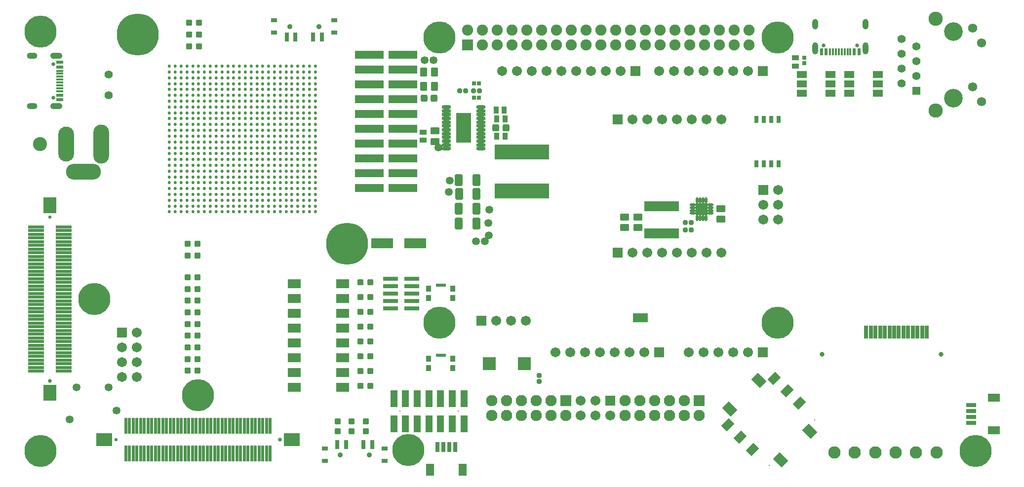
<source format=gts>
G04*
G04 #@! TF.GenerationSoftware,Altium Limited,Altium Designer,24.10.1 (45)*
G04*
G04 Layer_Color=8388736*
%FSLAX44Y44*%
%MOMM*%
G71*
G04*
G04 #@! TF.SameCoordinates,27A3F056-0A2A-4086-B210-4B902CB04D7F*
G04*
G04*
G04 #@! TF.FilePolarity,Negative*
G04*
G01*
G75*
%ADD26R,0.9000X1.0000*%
%ADD27R,1.7000X0.5500*%
%ADD30R,2.1600X1.5200*%
%ADD48R,1.1500X0.3000*%
%ADD49R,1.1500X0.6000*%
%ADD52R,0.7000X1.5000*%
%ADD53R,1.0000X0.8000*%
%ADD54C,0.5300*%
%ADD57R,0.6000X1.1500*%
%ADD59R,0.7600X1.2700*%
%ADD70R,0.3000X1.1500*%
%ADD73R,2.6000X1.6000*%
%ADD74R,4.9532X1.4032*%
%ADD75R,9.2964X2.5908*%
%ADD76R,1.2032X2.9532*%
%ADD77R,0.5532X2.7032*%
%ADD78R,2.7032X2.2032*%
%ADD79R,3.7032X1.8032*%
%ADD80R,2.6032X0.8032*%
%ADD81R,2.7032X0.5532*%
%ADD82R,2.2032X2.7032*%
G04:AMPARAMS|DCode=83|XSize=2.0032mm|YSize=1.3532mm|CornerRadius=0.2454mm|HoleSize=0mm|Usage=FLASHONLY|Rotation=270.000|XOffset=0mm|YOffset=0mm|HoleType=Round|Shape=RoundedRectangle|*
%AMROUNDEDRECTD83*
21,1,2.0032,0.8625,0,0,270.0*
21,1,1.5125,1.3532,0,0,270.0*
1,1,0.4907,-0.4313,-0.7563*
1,1,0.4907,-0.4313,0.7563*
1,1,0.4907,0.4313,0.7563*
1,1,0.4907,0.4313,-0.7563*
%
%ADD83ROUNDEDRECTD83*%
G04:AMPARAMS|DCode=84|XSize=1.0032mm|YSize=1.0032mm|CornerRadius=0.2016mm|HoleSize=0mm|Usage=FLASHONLY|Rotation=180.000|XOffset=0mm|YOffset=0mm|HoleType=Round|Shape=RoundedRectangle|*
%AMROUNDEDRECTD84*
21,1,1.0032,0.6000,0,0,180.0*
21,1,0.6000,1.0032,0,0,180.0*
1,1,0.4032,-0.3000,0.3000*
1,1,0.4032,0.3000,0.3000*
1,1,0.4032,0.3000,-0.3000*
1,1,0.4032,-0.3000,-0.3000*
%
%ADD84ROUNDEDRECTD84*%
G04:AMPARAMS|DCode=85|XSize=1.2032mm|YSize=1.1032mm|CornerRadius=0.2141mm|HoleSize=0mm|Usage=FLASHONLY|Rotation=270.000|XOffset=0mm|YOffset=0mm|HoleType=Round|Shape=RoundedRectangle|*
%AMROUNDEDRECTD85*
21,1,1.2032,0.6750,0,0,270.0*
21,1,0.7750,1.1032,0,0,270.0*
1,1,0.4282,-0.3375,-0.3875*
1,1,0.4282,-0.3375,0.3875*
1,1,0.4282,0.3375,0.3875*
1,1,0.4282,0.3375,-0.3875*
%
%ADD85ROUNDEDRECTD85*%
G04:AMPARAMS|DCode=86|XSize=1.6032mm|YSize=1.2032mm|CornerRadius=0.2266mm|HoleSize=0mm|Usage=FLASHONLY|Rotation=270.000|XOffset=0mm|YOffset=0mm|HoleType=Round|Shape=RoundedRectangle|*
%AMROUNDEDRECTD86*
21,1,1.6032,0.7500,0,0,270.0*
21,1,1.1500,1.2032,0,0,270.0*
1,1,0.4532,-0.3750,-0.5750*
1,1,0.4532,-0.3750,0.5750*
1,1,0.4532,0.3750,0.5750*
1,1,0.4532,0.3750,-0.5750*
%
%ADD86ROUNDEDRECTD86*%
G04:AMPARAMS|DCode=87|XSize=1.6032mm|YSize=1.2032mm|CornerRadius=0.2266mm|HoleSize=0mm|Usage=FLASHONLY|Rotation=0.000|XOffset=0mm|YOffset=0mm|HoleType=Round|Shape=RoundedRectangle|*
%AMROUNDEDRECTD87*
21,1,1.6032,0.7500,0,0,0.0*
21,1,1.1500,1.2032,0,0,0.0*
1,1,0.4532,0.5750,-0.3750*
1,1,0.4532,-0.5750,-0.3750*
1,1,0.4532,-0.5750,0.3750*
1,1,0.4532,0.5750,0.3750*
%
%ADD87ROUNDEDRECTD87*%
%ADD88R,0.9532X1.1532*%
%ADD89O,1.6032X0.6532*%
%ADD90R,2.5632X5.1432*%
%ADD91R,1.1532X0.9532*%
%ADD92R,0.7600X0.7600*%
G04:AMPARAMS|DCode=93|XSize=0.8032mm|YSize=0.8032mm|CornerRadius=0.1616mm|HoleSize=0mm|Usage=FLASHONLY|Rotation=270.000|XOffset=0mm|YOffset=0mm|HoleType=Round|Shape=RoundedRectangle|*
%AMROUNDEDRECTD93*
21,1,0.8032,0.4800,0,0,270.0*
21,1,0.4800,0.8032,0,0,270.0*
1,1,0.3232,-0.2400,-0.2400*
1,1,0.3232,-0.2400,0.2400*
1,1,0.3232,0.2400,0.2400*
1,1,0.3232,0.2400,-0.2400*
%
%ADD93ROUNDEDRECTD93*%
%ADD94R,0.8032X1.7532*%
%ADD95R,1.4032X2.0032*%
%ADD96R,0.7033X2.2032*%
%ADD97R,1.7032X1.2032*%
%ADD98R,0.7600X0.7600*%
%ADD99R,1.7532X0.8032*%
G04:AMPARAMS|DCode=100|XSize=2.1032mm|YSize=1.6032mm|CornerRadius=0mm|HoleSize=0mm|Usage=FLASHONLY|Rotation=135.000|XOffset=0mm|YOffset=0mm|HoleType=Round|Shape=Rectangle|*
%AMROTATEDRECTD100*
4,1,4,1.3104,-0.1768,0.1768,-1.3104,-1.3104,0.1768,-0.1768,1.3104,1.3104,-0.1768,0.0*
%
%ADD100ROTATEDRECTD100*%

%ADD101O,1.1032X0.4532*%
%ADD102R,2.0032X2.0032*%
%ADD103O,0.4532X1.1032*%
G04:AMPARAMS|DCode=104|XSize=1.9032mm|YSize=1.4032mm|CornerRadius=0mm|HoleSize=0mm|Usage=FLASHONLY|Rotation=45.000|XOffset=0mm|YOffset=0mm|HoleType=Round|Shape=Rectangle|*
%AMROTATEDRECTD104*
4,1,4,-0.1768,-1.1690,-1.1690,-0.1768,0.1768,1.1690,1.1690,0.1768,-0.1768,-1.1690,0.0*
%
%ADD104ROTATEDRECTD104*%

%ADD105R,2.2032X2.2032*%
G04:AMPARAMS|DCode=106|XSize=0.8032mm|YSize=0.8032mm|CornerRadius=0.1616mm|HoleSize=0mm|Usage=FLASHONLY|Rotation=180.000|XOffset=0mm|YOffset=0mm|HoleType=Round|Shape=RoundedRectangle|*
%AMROUNDEDRECTD106*
21,1,0.8032,0.4800,0,0,180.0*
21,1,0.4800,0.8032,0,0,180.0*
1,1,0.3232,-0.2400,0.2400*
1,1,0.3232,0.2400,0.2400*
1,1,0.3232,0.2400,-0.2400*
1,1,0.3232,-0.2400,-0.2400*
%
%ADD106ROUNDEDRECTD106*%
%ADD107R,5.9032X1.8032*%
%ADD108R,0.8382X1.4732*%
G04:AMPARAMS|DCode=109|XSize=1.0032mm|YSize=1.0032mm|CornerRadius=0.2016mm|HoleSize=0mm|Usage=FLASHONLY|Rotation=270.000|XOffset=0mm|YOffset=0mm|HoleType=Round|Shape=RoundedRectangle|*
%AMROUNDEDRECTD109*
21,1,1.0032,0.6000,0,0,270.0*
21,1,0.6000,1.0032,0,0,270.0*
1,1,0.4032,-0.3000,-0.3000*
1,1,0.4032,-0.3000,0.3000*
1,1,0.4032,0.3000,0.3000*
1,1,0.4032,0.3000,-0.3000*
%
%ADD109ROUNDEDRECTD109*%
%ADD110R,2.0032X1.4032*%
%ADD111C,0.2032*%
%ADD112C,0.6782*%
%ADD113C,0.5782*%
G04:AMPARAMS|DCode=114|XSize=6.0032mm|YSize=2.7032mm|CornerRadius=1.3516mm|HoleSize=0mm|Usage=FLASHONLY|Rotation=0.000|XOffset=0mm|YOffset=0mm|HoleType=Round|Shape=RoundedRectangle|*
%AMROUNDEDRECTD114*
21,1,6.0032,0.0000,0,0,0.0*
21,1,3.3000,2.7032,0,0,0.0*
1,1,2.7032,1.6500,0.0000*
1,1,2.7032,-1.6500,0.0000*
1,1,2.7032,-1.6500,0.0000*
1,1,2.7032,1.6500,0.0000*
%
%ADD114ROUNDEDRECTD114*%
G04:AMPARAMS|DCode=115|XSize=6.0032mm|YSize=2.7032mm|CornerRadius=1.3516mm|HoleSize=0mm|Usage=FLASHONLY|Rotation=270.000|XOffset=0mm|YOffset=0mm|HoleType=Round|Shape=RoundedRectangle|*
%AMROUNDEDRECTD115*
21,1,6.0032,0.0000,0,0,270.0*
21,1,3.3000,2.7032,0,0,270.0*
1,1,2.7032,0.0000,-1.6500*
1,1,2.7032,0.0000,1.6500*
1,1,2.7032,0.0000,1.6500*
1,1,2.7032,0.0000,-1.6500*
%
%ADD115ROUNDEDRECTD115*%
G04:AMPARAMS|DCode=116|XSize=6.7032mm|YSize=2.7032mm|CornerRadius=1.3516mm|HoleSize=0mm|Usage=FLASHONLY|Rotation=270.000|XOffset=0mm|YOffset=0mm|HoleType=Round|Shape=RoundedRectangle|*
%AMROUNDEDRECTD116*
21,1,6.7032,0.0000,0,0,270.0*
21,1,4.0000,2.7032,0,0,270.0*
1,1,2.7032,0.0000,-2.0000*
1,1,2.7032,0.0000,2.0000*
1,1,2.7032,0.0000,2.0000*
1,1,2.7032,0.0000,-2.0000*
%
%ADD116ROUNDEDRECTD116*%
%ADD117C,2.4032*%
%ADD118C,1.7032*%
%ADD119R,1.7032X1.7032*%
%ADD120C,0.5588*%
%ADD121C,5.5032*%
G04:AMPARAMS|DCode=122|XSize=1mm|YSize=1.8mm|CornerRadius=0.5mm|HoleSize=0mm|Usage=FLASHONLY|Rotation=270.000|XOffset=0mm|YOffset=0mm|HoleType=Round|Shape=RoundedRectangle|*
%AMROUNDEDRECTD122*
21,1,1.0000,0.8000,0,0,270.0*
21,1,0.0000,1.8000,0,0,270.0*
1,1,1.0000,-0.4000,0.0000*
1,1,1.0000,-0.4000,0.0000*
1,1,1.0000,0.4000,0.0000*
1,1,1.0000,0.4000,0.0000*
%
%ADD122ROUNDEDRECTD122*%
G04:AMPARAMS|DCode=123|XSize=1mm|YSize=2.1mm|CornerRadius=0.5mm|HoleSize=0mm|Usage=FLASHONLY|Rotation=270.000|XOffset=0mm|YOffset=0mm|HoleType=Round|Shape=RoundedRectangle|*
%AMROUNDEDRECTD123*
21,1,1.0000,1.1000,0,0,270.0*
21,1,0.0000,2.1000,0,0,270.0*
1,1,1.0000,-0.5500,0.0000*
1,1,1.0000,-0.5500,0.0000*
1,1,1.0000,0.5500,0.0000*
1,1,1.0000,0.5500,0.0000*
%
%ADD123ROUNDEDRECTD123*%
%ADD124C,0.6500*%
%ADD125C,7.2032*%
%ADD126C,0.9000*%
%ADD127R,1.7032X1.7032*%
%ADD128C,0.8032*%
%ADD129C,1.3900*%
%ADD130C,1.9032*%
%ADD131C,2.1032*%
%ADD132C,1.9304*%
%ADD133C,1.4032*%
%ADD134C,1.5700*%
%ADD135R,1.9032X1.9032*%
%ADD136R,1.8796X1.8796*%
%ADD137C,3.2000*%
%ADD138R,1.3900X1.3900*%
%ADD139C,2.4500*%
G04:AMPARAMS|DCode=140|XSize=1mm|YSize=1.8mm|CornerRadius=0.5mm|HoleSize=0mm|Usage=FLASHONLY|Rotation=180.000|XOffset=0mm|YOffset=0mm|HoleType=Round|Shape=RoundedRectangle|*
%AMROUNDEDRECTD140*
21,1,1.0000,0.8000,0,0,180.0*
21,1,0.0000,1.8000,0,0,180.0*
1,1,1.0000,0.0000,0.4000*
1,1,1.0000,0.0000,0.4000*
1,1,1.0000,0.0000,-0.4000*
1,1,1.0000,0.0000,-0.4000*
%
%ADD140ROUNDEDRECTD140*%
G04:AMPARAMS|DCode=141|XSize=1mm|YSize=2.1mm|CornerRadius=0.5mm|HoleSize=0mm|Usage=FLASHONLY|Rotation=180.000|XOffset=0mm|YOffset=0mm|HoleType=Round|Shape=RoundedRectangle|*
%AMROUNDEDRECTD141*
21,1,1.0000,1.1000,0,0,180.0*
21,1,0.0000,2.1000,0,0,180.0*
1,1,1.0000,0.0000,0.5500*
1,1,1.0000,0.0000,0.5500*
1,1,1.0000,0.0000,-0.5500*
1,1,1.0000,0.0000,-0.5500*
%
%ADD141ROUNDEDRECTD141*%
%ADD142C,1.3462*%
%ADD143C,0.7032*%
D26*
X444500Y-502000D02*
D03*
Y-518000D02*
D03*
X485500D02*
D03*
Y-502000D02*
D03*
Y-398000D02*
D03*
X444500D02*
D03*
Y-382000D02*
D03*
X485500D02*
D03*
D27*
X465000Y-495750D02*
D03*
Y-375750D02*
D03*
D30*
X296570Y-525780D02*
D03*
Y-398780D02*
D03*
Y-373380D02*
D03*
Y-474980D02*
D03*
Y-424180D02*
D03*
Y-500380D02*
D03*
Y-551180D02*
D03*
Y-449580D02*
D03*
X213970Y-551180D02*
D03*
Y-525780D02*
D03*
Y-500380D02*
D03*
Y-474980D02*
D03*
Y-449580D02*
D03*
Y-424180D02*
D03*
Y-373380D02*
D03*
Y-398780D02*
D03*
D48*
X-188500Y-7920D02*
D03*
Y-12920D02*
D03*
Y-17920D02*
D03*
Y-22920D02*
D03*
Y-27920D02*
D03*
Y-32920D02*
D03*
Y-37920D02*
D03*
Y-42920D02*
D03*
D49*
Y-1420D02*
D03*
Y-49420D02*
D03*
Y-57420D02*
D03*
Y6580D02*
D03*
D52*
X260880Y50460D02*
D03*
X245880D02*
D03*
X200880D02*
D03*
X215880D02*
D03*
X347540Y-649130D02*
D03*
X302540D02*
D03*
X287540D02*
D03*
X332540D02*
D03*
D53*
X179380Y78460D02*
D03*
Y57460D02*
D03*
X282380Y78460D02*
D03*
Y57460D02*
D03*
X266040Y-677130D02*
D03*
Y-656130D02*
D03*
X369040Y-677130D02*
D03*
Y-656130D02*
D03*
D54*
X0Y-250000D02*
D03*
Y-240000D02*
D03*
Y-230000D02*
D03*
Y-220000D02*
D03*
Y-210000D02*
D03*
Y-200000D02*
D03*
Y-190000D02*
D03*
Y-180000D02*
D03*
Y-170000D02*
D03*
Y-160000D02*
D03*
Y-150000D02*
D03*
Y-140000D02*
D03*
Y-130000D02*
D03*
Y-120000D02*
D03*
Y-110000D02*
D03*
Y-100000D02*
D03*
Y-90000D02*
D03*
Y-80000D02*
D03*
Y-70000D02*
D03*
Y-60000D02*
D03*
Y-50000D02*
D03*
Y-40000D02*
D03*
Y-30000D02*
D03*
Y-20000D02*
D03*
Y-10000D02*
D03*
Y0D02*
D03*
X10000Y-250000D02*
D03*
Y-240000D02*
D03*
Y-230000D02*
D03*
Y-220000D02*
D03*
Y-210000D02*
D03*
Y-200000D02*
D03*
Y-190000D02*
D03*
Y-180000D02*
D03*
Y-170000D02*
D03*
Y-160000D02*
D03*
Y-150000D02*
D03*
Y-140000D02*
D03*
Y-130000D02*
D03*
Y-120000D02*
D03*
Y-110000D02*
D03*
Y-100000D02*
D03*
Y-90000D02*
D03*
Y-80000D02*
D03*
Y-70000D02*
D03*
Y-60000D02*
D03*
Y-50000D02*
D03*
Y-40000D02*
D03*
Y-30000D02*
D03*
Y-20000D02*
D03*
Y-10000D02*
D03*
Y0D02*
D03*
X20000Y-250000D02*
D03*
Y-240000D02*
D03*
Y-230000D02*
D03*
Y-220000D02*
D03*
Y-210000D02*
D03*
Y-200000D02*
D03*
Y-190000D02*
D03*
Y-180000D02*
D03*
Y-170000D02*
D03*
Y-160000D02*
D03*
Y-150000D02*
D03*
Y-140000D02*
D03*
Y-130000D02*
D03*
Y-120000D02*
D03*
Y-110000D02*
D03*
Y-100000D02*
D03*
Y-90000D02*
D03*
Y-80000D02*
D03*
Y-70000D02*
D03*
Y-60000D02*
D03*
Y-50000D02*
D03*
Y-40000D02*
D03*
Y-30000D02*
D03*
Y-20000D02*
D03*
Y-10000D02*
D03*
Y0D02*
D03*
X30000Y-250000D02*
D03*
Y-240000D02*
D03*
Y-230000D02*
D03*
Y-220000D02*
D03*
Y-210000D02*
D03*
Y-200000D02*
D03*
Y-190000D02*
D03*
Y-180000D02*
D03*
Y-170000D02*
D03*
Y-160000D02*
D03*
Y-150000D02*
D03*
Y-140000D02*
D03*
Y-130000D02*
D03*
Y-120000D02*
D03*
Y-110000D02*
D03*
Y-100000D02*
D03*
Y-90000D02*
D03*
Y-80000D02*
D03*
Y-70000D02*
D03*
Y-60000D02*
D03*
Y-50000D02*
D03*
Y-40000D02*
D03*
Y-30000D02*
D03*
Y-20000D02*
D03*
Y-10000D02*
D03*
Y0D02*
D03*
X40000Y-250000D02*
D03*
Y-240000D02*
D03*
Y-230000D02*
D03*
Y-220000D02*
D03*
Y-210000D02*
D03*
Y-200000D02*
D03*
Y-190000D02*
D03*
Y-180000D02*
D03*
Y-170000D02*
D03*
Y-160000D02*
D03*
Y-150000D02*
D03*
Y-140000D02*
D03*
Y-130000D02*
D03*
Y-120000D02*
D03*
Y-110000D02*
D03*
Y-100000D02*
D03*
Y-90000D02*
D03*
Y-80000D02*
D03*
Y-70000D02*
D03*
Y-60000D02*
D03*
Y-50000D02*
D03*
Y-40000D02*
D03*
Y-30000D02*
D03*
Y-20000D02*
D03*
Y-10000D02*
D03*
Y0D02*
D03*
X50000Y-250000D02*
D03*
Y-240000D02*
D03*
Y-230000D02*
D03*
Y-220000D02*
D03*
Y-210000D02*
D03*
Y-200000D02*
D03*
Y-190000D02*
D03*
Y-180000D02*
D03*
Y-170000D02*
D03*
Y-160000D02*
D03*
Y-150000D02*
D03*
Y-140000D02*
D03*
Y-130000D02*
D03*
Y-120000D02*
D03*
Y-110000D02*
D03*
Y-100000D02*
D03*
Y-90000D02*
D03*
Y-80000D02*
D03*
Y-70000D02*
D03*
Y-60000D02*
D03*
Y-50000D02*
D03*
Y-40000D02*
D03*
Y-30000D02*
D03*
Y-20000D02*
D03*
Y-10000D02*
D03*
Y0D02*
D03*
X60000Y-250000D02*
D03*
Y-240000D02*
D03*
Y-230000D02*
D03*
Y-220000D02*
D03*
Y-210000D02*
D03*
Y-200000D02*
D03*
Y-190000D02*
D03*
Y-180000D02*
D03*
Y-170000D02*
D03*
Y-160000D02*
D03*
Y-150000D02*
D03*
Y-140000D02*
D03*
Y-130000D02*
D03*
Y-120000D02*
D03*
Y-110000D02*
D03*
Y-100000D02*
D03*
Y-90000D02*
D03*
Y-80000D02*
D03*
Y-70000D02*
D03*
Y-60000D02*
D03*
Y-50000D02*
D03*
Y-40000D02*
D03*
Y-30000D02*
D03*
Y-20000D02*
D03*
Y-10000D02*
D03*
Y0D02*
D03*
X70000Y-250000D02*
D03*
Y-240000D02*
D03*
Y-230000D02*
D03*
Y-220000D02*
D03*
Y-210000D02*
D03*
Y-200000D02*
D03*
Y-190000D02*
D03*
Y-180000D02*
D03*
Y-170000D02*
D03*
Y-160000D02*
D03*
Y-150000D02*
D03*
Y-140000D02*
D03*
Y-130000D02*
D03*
Y-120000D02*
D03*
Y-110000D02*
D03*
Y-100000D02*
D03*
Y-90000D02*
D03*
Y-80000D02*
D03*
Y-70000D02*
D03*
Y-60000D02*
D03*
Y-50000D02*
D03*
Y-40000D02*
D03*
Y-30000D02*
D03*
Y-20000D02*
D03*
Y-10000D02*
D03*
Y0D02*
D03*
X80000Y-250000D02*
D03*
Y-240000D02*
D03*
Y-230000D02*
D03*
Y-220000D02*
D03*
Y-210000D02*
D03*
Y-200000D02*
D03*
Y-190000D02*
D03*
Y-180000D02*
D03*
Y-170000D02*
D03*
Y-160000D02*
D03*
Y-150000D02*
D03*
Y-140000D02*
D03*
Y-130000D02*
D03*
Y-120000D02*
D03*
Y-110000D02*
D03*
Y-100000D02*
D03*
Y-90000D02*
D03*
Y-80000D02*
D03*
Y-70000D02*
D03*
Y-60000D02*
D03*
Y-50000D02*
D03*
Y-40000D02*
D03*
Y-30000D02*
D03*
Y-20000D02*
D03*
Y-10000D02*
D03*
Y0D02*
D03*
X90000Y-250000D02*
D03*
Y-240000D02*
D03*
Y-230000D02*
D03*
Y-220000D02*
D03*
Y-210000D02*
D03*
Y-200000D02*
D03*
Y-190000D02*
D03*
Y-180000D02*
D03*
Y-170000D02*
D03*
Y-160000D02*
D03*
Y-150000D02*
D03*
Y-140000D02*
D03*
Y-130000D02*
D03*
Y-120000D02*
D03*
Y-110000D02*
D03*
Y-100000D02*
D03*
Y-90000D02*
D03*
Y-80000D02*
D03*
Y-70000D02*
D03*
Y-60000D02*
D03*
Y-50000D02*
D03*
Y-40000D02*
D03*
Y-30000D02*
D03*
Y-20000D02*
D03*
Y-10000D02*
D03*
Y0D02*
D03*
X100000Y-250000D02*
D03*
Y-240000D02*
D03*
Y-230000D02*
D03*
Y-220000D02*
D03*
Y-210000D02*
D03*
Y-200000D02*
D03*
Y-190000D02*
D03*
Y-180000D02*
D03*
Y-170000D02*
D03*
Y-160000D02*
D03*
Y-150000D02*
D03*
Y-140000D02*
D03*
Y-130000D02*
D03*
Y-120000D02*
D03*
Y-110000D02*
D03*
Y-100000D02*
D03*
Y-90000D02*
D03*
Y-80000D02*
D03*
Y-70000D02*
D03*
Y-60000D02*
D03*
Y-50000D02*
D03*
Y-40000D02*
D03*
Y-30000D02*
D03*
Y-20000D02*
D03*
Y-10000D02*
D03*
Y0D02*
D03*
X110000Y-250000D02*
D03*
Y-240000D02*
D03*
Y-230000D02*
D03*
Y-220000D02*
D03*
Y-210000D02*
D03*
Y-200000D02*
D03*
Y-190000D02*
D03*
Y-180000D02*
D03*
Y-170000D02*
D03*
Y-160000D02*
D03*
Y-150000D02*
D03*
Y-140000D02*
D03*
Y-130000D02*
D03*
Y-120000D02*
D03*
Y-110000D02*
D03*
Y-100000D02*
D03*
Y-90000D02*
D03*
Y-80000D02*
D03*
Y-70000D02*
D03*
Y-60000D02*
D03*
Y-50000D02*
D03*
Y-40000D02*
D03*
Y-30000D02*
D03*
Y-20000D02*
D03*
Y-10000D02*
D03*
Y0D02*
D03*
X120000Y-250000D02*
D03*
Y-240000D02*
D03*
Y-230000D02*
D03*
Y-220000D02*
D03*
Y-210000D02*
D03*
Y-200000D02*
D03*
Y-190000D02*
D03*
Y-180000D02*
D03*
Y-170000D02*
D03*
Y-160000D02*
D03*
Y-150000D02*
D03*
Y-140000D02*
D03*
Y-130000D02*
D03*
Y-120000D02*
D03*
Y-110000D02*
D03*
Y-100000D02*
D03*
Y-90000D02*
D03*
Y-80000D02*
D03*
Y-70000D02*
D03*
Y-60000D02*
D03*
Y-50000D02*
D03*
Y-40000D02*
D03*
Y-30000D02*
D03*
Y-20000D02*
D03*
Y-10000D02*
D03*
Y0D02*
D03*
X130000Y-250000D02*
D03*
Y-240000D02*
D03*
Y-230000D02*
D03*
Y-220000D02*
D03*
Y-210000D02*
D03*
Y-200000D02*
D03*
Y-190000D02*
D03*
Y-180000D02*
D03*
Y-170000D02*
D03*
Y-160000D02*
D03*
Y-150000D02*
D03*
Y-140000D02*
D03*
Y-130000D02*
D03*
Y-120000D02*
D03*
Y-110000D02*
D03*
Y-100000D02*
D03*
Y-90000D02*
D03*
Y-80000D02*
D03*
Y-70000D02*
D03*
Y-60000D02*
D03*
Y-50000D02*
D03*
Y-40000D02*
D03*
Y-30000D02*
D03*
Y-20000D02*
D03*
Y-10000D02*
D03*
Y0D02*
D03*
X140000Y-250000D02*
D03*
Y-240000D02*
D03*
Y-230000D02*
D03*
Y-220000D02*
D03*
Y-210000D02*
D03*
Y-200000D02*
D03*
Y-190000D02*
D03*
Y-180000D02*
D03*
Y-170000D02*
D03*
Y-160000D02*
D03*
Y-150000D02*
D03*
Y-140000D02*
D03*
Y-130000D02*
D03*
Y-120000D02*
D03*
Y-110000D02*
D03*
Y-100000D02*
D03*
Y-90000D02*
D03*
Y-80000D02*
D03*
Y-70000D02*
D03*
Y-60000D02*
D03*
Y-50000D02*
D03*
Y-40000D02*
D03*
Y-30000D02*
D03*
Y-20000D02*
D03*
Y-10000D02*
D03*
Y0D02*
D03*
X150000Y-250000D02*
D03*
Y-240000D02*
D03*
Y-230000D02*
D03*
Y-220000D02*
D03*
Y-210000D02*
D03*
Y-200000D02*
D03*
Y-190000D02*
D03*
Y-180000D02*
D03*
Y-170000D02*
D03*
Y-160000D02*
D03*
Y-150000D02*
D03*
Y-140000D02*
D03*
Y-130000D02*
D03*
Y-120000D02*
D03*
Y-110000D02*
D03*
Y-100000D02*
D03*
Y-90000D02*
D03*
Y-80000D02*
D03*
Y-70000D02*
D03*
Y-60000D02*
D03*
Y-50000D02*
D03*
Y-40000D02*
D03*
Y-30000D02*
D03*
Y-20000D02*
D03*
Y-10000D02*
D03*
Y0D02*
D03*
X160000Y-250000D02*
D03*
Y-240000D02*
D03*
Y-230000D02*
D03*
Y-220000D02*
D03*
Y-210000D02*
D03*
Y-200000D02*
D03*
Y-190000D02*
D03*
Y-180000D02*
D03*
Y-170000D02*
D03*
Y-160000D02*
D03*
Y-150000D02*
D03*
Y-140000D02*
D03*
Y-130000D02*
D03*
Y-120000D02*
D03*
Y-110000D02*
D03*
Y-100000D02*
D03*
Y-90000D02*
D03*
Y-80000D02*
D03*
Y-70000D02*
D03*
Y-60000D02*
D03*
Y-50000D02*
D03*
Y-40000D02*
D03*
Y-30000D02*
D03*
Y-20000D02*
D03*
Y-10000D02*
D03*
Y0D02*
D03*
X170000Y-250000D02*
D03*
Y-240000D02*
D03*
Y-230000D02*
D03*
Y-220000D02*
D03*
Y-210000D02*
D03*
Y-200000D02*
D03*
Y-190000D02*
D03*
Y-180000D02*
D03*
Y-170000D02*
D03*
Y-160000D02*
D03*
Y-150000D02*
D03*
Y-140000D02*
D03*
Y-130000D02*
D03*
Y-120000D02*
D03*
Y-110000D02*
D03*
Y-100000D02*
D03*
Y-90000D02*
D03*
Y-80000D02*
D03*
Y-70000D02*
D03*
Y-60000D02*
D03*
Y-50000D02*
D03*
Y-40000D02*
D03*
Y-30000D02*
D03*
Y-20000D02*
D03*
Y-10000D02*
D03*
Y0D02*
D03*
X180000Y-250000D02*
D03*
Y-240000D02*
D03*
Y-230000D02*
D03*
Y-220000D02*
D03*
Y-210000D02*
D03*
Y-200000D02*
D03*
Y-190000D02*
D03*
Y-180000D02*
D03*
Y-170000D02*
D03*
Y-160000D02*
D03*
Y-150000D02*
D03*
Y-140000D02*
D03*
Y-130000D02*
D03*
Y-120000D02*
D03*
Y-110000D02*
D03*
Y-100000D02*
D03*
Y-90000D02*
D03*
Y-80000D02*
D03*
Y-70000D02*
D03*
Y-60000D02*
D03*
Y-50000D02*
D03*
Y-40000D02*
D03*
Y-30000D02*
D03*
Y-20000D02*
D03*
Y-10000D02*
D03*
Y0D02*
D03*
X190000Y-250000D02*
D03*
Y-240000D02*
D03*
Y-230000D02*
D03*
Y-220000D02*
D03*
Y-210000D02*
D03*
Y-200000D02*
D03*
Y-190000D02*
D03*
Y-180000D02*
D03*
Y-170000D02*
D03*
Y-160000D02*
D03*
Y-150000D02*
D03*
Y-140000D02*
D03*
Y-130000D02*
D03*
Y-120000D02*
D03*
Y-110000D02*
D03*
Y-100000D02*
D03*
Y-90000D02*
D03*
Y-80000D02*
D03*
Y-70000D02*
D03*
Y-60000D02*
D03*
Y-50000D02*
D03*
Y-40000D02*
D03*
Y-30000D02*
D03*
Y-20000D02*
D03*
Y-10000D02*
D03*
Y0D02*
D03*
X200000Y-250000D02*
D03*
Y-240000D02*
D03*
Y-230000D02*
D03*
Y-220000D02*
D03*
Y-210000D02*
D03*
Y-200000D02*
D03*
Y-190000D02*
D03*
Y-180000D02*
D03*
Y-170000D02*
D03*
Y-160000D02*
D03*
Y-150000D02*
D03*
Y-140000D02*
D03*
Y-130000D02*
D03*
Y-120000D02*
D03*
Y-110000D02*
D03*
Y-100000D02*
D03*
Y-90000D02*
D03*
Y-80000D02*
D03*
Y-70000D02*
D03*
Y-60000D02*
D03*
Y-50000D02*
D03*
Y-40000D02*
D03*
Y-30000D02*
D03*
Y-20000D02*
D03*
Y-10000D02*
D03*
Y0D02*
D03*
X210000Y-250000D02*
D03*
Y-240000D02*
D03*
Y-230000D02*
D03*
Y-220000D02*
D03*
Y-210000D02*
D03*
Y-200000D02*
D03*
Y-190000D02*
D03*
Y-180000D02*
D03*
Y-170000D02*
D03*
Y-160000D02*
D03*
Y-150000D02*
D03*
Y-140000D02*
D03*
Y-130000D02*
D03*
Y-120000D02*
D03*
Y-110000D02*
D03*
Y-100000D02*
D03*
Y-90000D02*
D03*
Y-80000D02*
D03*
Y-70000D02*
D03*
Y-60000D02*
D03*
Y-50000D02*
D03*
Y-40000D02*
D03*
Y-30000D02*
D03*
Y-20000D02*
D03*
Y-10000D02*
D03*
Y0D02*
D03*
X220000Y-250000D02*
D03*
Y-240000D02*
D03*
Y-230000D02*
D03*
Y-220000D02*
D03*
Y-210000D02*
D03*
Y-200000D02*
D03*
Y-190000D02*
D03*
Y-180000D02*
D03*
Y-170000D02*
D03*
Y-160000D02*
D03*
Y-150000D02*
D03*
Y-140000D02*
D03*
Y-130000D02*
D03*
Y-120000D02*
D03*
Y-110000D02*
D03*
Y-100000D02*
D03*
Y-90000D02*
D03*
Y-80000D02*
D03*
Y-70000D02*
D03*
Y-60000D02*
D03*
Y-50000D02*
D03*
Y-40000D02*
D03*
Y-30000D02*
D03*
Y-20000D02*
D03*
Y-10000D02*
D03*
Y0D02*
D03*
X230000Y-250000D02*
D03*
Y-240000D02*
D03*
Y-230000D02*
D03*
Y-220000D02*
D03*
Y-210000D02*
D03*
Y-200000D02*
D03*
Y-190000D02*
D03*
Y-180000D02*
D03*
Y-170000D02*
D03*
Y-160000D02*
D03*
Y-150000D02*
D03*
Y-140000D02*
D03*
Y-130000D02*
D03*
Y-120000D02*
D03*
Y-110000D02*
D03*
Y-100000D02*
D03*
Y-90000D02*
D03*
Y-80000D02*
D03*
Y-70000D02*
D03*
Y-60000D02*
D03*
Y-50000D02*
D03*
Y-40000D02*
D03*
Y-30000D02*
D03*
Y-20000D02*
D03*
Y-10000D02*
D03*
Y0D02*
D03*
X240000Y-250000D02*
D03*
Y-240000D02*
D03*
Y-230000D02*
D03*
Y-220000D02*
D03*
Y-210000D02*
D03*
Y-200000D02*
D03*
Y-190000D02*
D03*
Y-180000D02*
D03*
Y-170000D02*
D03*
Y-160000D02*
D03*
Y-150000D02*
D03*
Y-140000D02*
D03*
Y-130000D02*
D03*
Y-120000D02*
D03*
Y-110000D02*
D03*
Y-100000D02*
D03*
Y-90000D02*
D03*
Y-80000D02*
D03*
Y-70000D02*
D03*
Y-60000D02*
D03*
Y-50000D02*
D03*
Y-40000D02*
D03*
Y-30000D02*
D03*
Y-20000D02*
D03*
Y-10000D02*
D03*
Y0D02*
D03*
X250000Y-250000D02*
D03*
Y-240000D02*
D03*
Y-230000D02*
D03*
Y-220000D02*
D03*
Y-210000D02*
D03*
Y-200000D02*
D03*
Y-190000D02*
D03*
Y-180000D02*
D03*
Y-170000D02*
D03*
Y-160000D02*
D03*
Y-150000D02*
D03*
Y-140000D02*
D03*
Y-130000D02*
D03*
Y-120000D02*
D03*
Y-110000D02*
D03*
Y-100000D02*
D03*
Y-90000D02*
D03*
Y-80000D02*
D03*
Y-70000D02*
D03*
Y-60000D02*
D03*
Y-50000D02*
D03*
Y-40000D02*
D03*
Y-30000D02*
D03*
Y-20000D02*
D03*
Y-10000D02*
D03*
Y0D02*
D03*
D57*
X1182100Y24580D02*
D03*
X1118100D02*
D03*
X1174100D02*
D03*
X1126100D02*
D03*
D59*
X1018790Y-91420D02*
D03*
X1006090D02*
D03*
Y-167620D02*
D03*
X1018790D02*
D03*
X1031490D02*
D03*
X1044190D02*
D03*
Y-91420D02*
D03*
X1031490D02*
D03*
D70*
X1167600Y24580D02*
D03*
X1162600D02*
D03*
X1157600D02*
D03*
X1152600D02*
D03*
X1147600D02*
D03*
X1142600D02*
D03*
X1137600D02*
D03*
X1132600D02*
D03*
D73*
X807199Y-431780D02*
D03*
D74*
X400000Y-132400D02*
D03*
X342500D02*
D03*
X400000Y-107000D02*
D03*
Y-81600D02*
D03*
X342500Y-107000D02*
D03*
Y-81600D02*
D03*
X400000Y-56200D02*
D03*
Y-30800D02*
D03*
Y-5400D02*
D03*
Y20000D02*
D03*
X342500Y-56200D02*
D03*
Y-30800D02*
D03*
Y-5400D02*
D03*
Y20000D02*
D03*
Y-157800D02*
D03*
Y-183200D02*
D03*
Y-208600D02*
D03*
X400000Y-157800D02*
D03*
Y-183200D02*
D03*
Y-208600D02*
D03*
D75*
X603790Y-214154D02*
D03*
Y-147606D02*
D03*
D76*
X384720Y-570770D02*
D03*
X504720D02*
D03*
Y-613370D02*
D03*
X484720Y-570770D02*
D03*
Y-613370D02*
D03*
X464720Y-570770D02*
D03*
Y-613370D02*
D03*
X444720Y-570770D02*
D03*
Y-613370D02*
D03*
X424720Y-570770D02*
D03*
Y-613370D02*
D03*
X404720Y-570770D02*
D03*
Y-613370D02*
D03*
X384720D02*
D03*
D77*
X172630Y-617120D02*
D03*
Y-664120D02*
D03*
X166280Y-617120D02*
D03*
Y-664120D02*
D03*
X159930Y-617120D02*
D03*
Y-664120D02*
D03*
X153580Y-617120D02*
D03*
Y-664120D02*
D03*
X147230Y-617120D02*
D03*
Y-664120D02*
D03*
X140880Y-617120D02*
D03*
Y-664120D02*
D03*
X134530Y-617120D02*
D03*
Y-664120D02*
D03*
X128180Y-617120D02*
D03*
Y-664120D02*
D03*
X121830Y-617120D02*
D03*
Y-664120D02*
D03*
X115480Y-617120D02*
D03*
Y-664120D02*
D03*
X109130Y-617120D02*
D03*
Y-664120D02*
D03*
X102780Y-617120D02*
D03*
Y-664120D02*
D03*
X96430Y-617120D02*
D03*
Y-664120D02*
D03*
X90080Y-617120D02*
D03*
Y-664120D02*
D03*
X83730Y-617120D02*
D03*
Y-664120D02*
D03*
X77380Y-617120D02*
D03*
Y-664120D02*
D03*
X71030Y-617120D02*
D03*
Y-664120D02*
D03*
X64680Y-617120D02*
D03*
Y-664120D02*
D03*
X58330Y-617120D02*
D03*
Y-664120D02*
D03*
X51980Y-617120D02*
D03*
Y-664120D02*
D03*
X45630Y-617120D02*
D03*
Y-664120D02*
D03*
X39280Y-617120D02*
D03*
Y-664120D02*
D03*
X32930Y-617120D02*
D03*
Y-664120D02*
D03*
X26580Y-617120D02*
D03*
Y-664120D02*
D03*
X20230Y-617120D02*
D03*
Y-664120D02*
D03*
X13880Y-617120D02*
D03*
Y-664120D02*
D03*
X7530Y-617120D02*
D03*
Y-664120D02*
D03*
X1180Y-617120D02*
D03*
Y-664120D02*
D03*
X-5170Y-617120D02*
D03*
Y-664120D02*
D03*
X-11520Y-617120D02*
D03*
Y-664120D02*
D03*
X-17870Y-617120D02*
D03*
Y-664120D02*
D03*
X-24220Y-617120D02*
D03*
Y-664120D02*
D03*
X-30570Y-617120D02*
D03*
Y-664120D02*
D03*
X-36920Y-617120D02*
D03*
Y-664120D02*
D03*
X-43270Y-617120D02*
D03*
Y-664120D02*
D03*
X-49620Y-617120D02*
D03*
Y-664120D02*
D03*
X-55970Y-617120D02*
D03*
Y-664120D02*
D03*
X-62320Y-617120D02*
D03*
Y-664120D02*
D03*
X-68670Y-617120D02*
D03*
Y-664120D02*
D03*
X-75030Y-617120D02*
D03*
Y-664120D02*
D03*
D78*
X209650Y-640620D02*
D03*
X-112050D02*
D03*
D79*
X420970Y-304070D02*
D03*
X364970D02*
D03*
D80*
X379000Y-364600D02*
D03*
X415000D02*
D03*
X379000Y-377300D02*
D03*
X415000D02*
D03*
X379000Y-390000D02*
D03*
X415000D02*
D03*
X379000Y-402700D02*
D03*
X415000D02*
D03*
X379000Y-415400D02*
D03*
X415000D02*
D03*
D81*
X-181700Y-523150D02*
D03*
X-228700D02*
D03*
X-181700Y-516800D02*
D03*
X-228700D02*
D03*
X-181700Y-510450D02*
D03*
X-228700D02*
D03*
X-181700Y-504100D02*
D03*
X-228700D02*
D03*
X-181700Y-497750D02*
D03*
X-228700D02*
D03*
X-181700Y-491400D02*
D03*
X-228700D02*
D03*
X-181700Y-485050D02*
D03*
X-228700D02*
D03*
X-181700Y-478700D02*
D03*
X-228700D02*
D03*
X-181700Y-472350D02*
D03*
X-228700D02*
D03*
X-181700Y-466000D02*
D03*
X-228700D02*
D03*
X-181700Y-459650D02*
D03*
X-228700D02*
D03*
X-181700Y-453300D02*
D03*
X-228700D02*
D03*
X-181700Y-446950D02*
D03*
X-228700D02*
D03*
X-181700Y-440600D02*
D03*
X-228700D02*
D03*
X-181700Y-434250D02*
D03*
X-228700D02*
D03*
X-181700Y-427900D02*
D03*
X-228700D02*
D03*
X-181700Y-421550D02*
D03*
X-228700D02*
D03*
X-181700Y-415200D02*
D03*
X-228700D02*
D03*
X-181700Y-408850D02*
D03*
X-228700D02*
D03*
X-181700Y-402500D02*
D03*
X-228700D02*
D03*
X-181700Y-396150D02*
D03*
X-228700D02*
D03*
X-181700Y-389800D02*
D03*
X-228700D02*
D03*
X-181700Y-383450D02*
D03*
X-228700D02*
D03*
X-181700Y-377100D02*
D03*
X-228700D02*
D03*
X-181700Y-370750D02*
D03*
X-228700D02*
D03*
X-181700Y-364400D02*
D03*
X-228700D02*
D03*
X-181700Y-358050D02*
D03*
X-228700D02*
D03*
X-181700Y-351700D02*
D03*
X-228700D02*
D03*
X-181700Y-345350D02*
D03*
X-228700D02*
D03*
X-181700Y-339000D02*
D03*
X-228700D02*
D03*
X-181700Y-332650D02*
D03*
X-228700D02*
D03*
X-181700Y-326300D02*
D03*
X-228700D02*
D03*
X-181700Y-319950D02*
D03*
X-228700D02*
D03*
X-181700Y-313600D02*
D03*
X-228700D02*
D03*
X-181700Y-307250D02*
D03*
X-228700D02*
D03*
X-181700Y-300900D02*
D03*
X-228700D02*
D03*
X-181700Y-294550D02*
D03*
X-228700D02*
D03*
X-181700Y-288200D02*
D03*
X-228700D02*
D03*
X-181700Y-281850D02*
D03*
X-228700D02*
D03*
X-181700Y-275490D02*
D03*
X-228700D02*
D03*
D82*
X-205200Y-560170D02*
D03*
Y-238470D02*
D03*
D83*
X496080Y-195270D02*
D03*
X526080D02*
D03*
X496710Y-219450D02*
D03*
X526710D02*
D03*
X496080Y-244380D02*
D03*
X526080D02*
D03*
X496080Y-269780D02*
D03*
X526080D02*
D03*
D84*
X48330Y-522430D02*
D03*
X31330D02*
D03*
X33551Y74340D02*
D03*
X50552D02*
D03*
X48330Y-502430D02*
D03*
X31330D02*
D03*
X48330Y-482430D02*
D03*
X31330D02*
D03*
X48330Y-462430D02*
D03*
X31330D02*
D03*
X47852Y-305080D02*
D03*
X30852D02*
D03*
X48330Y-422430D02*
D03*
X31330D02*
D03*
X47852Y-325080D02*
D03*
X30852D02*
D03*
X50552Y34340D02*
D03*
X33551D02*
D03*
X50552Y54340D02*
D03*
X33551D02*
D03*
X48330Y-442430D02*
D03*
X31330D02*
D03*
X48330Y-382430D02*
D03*
X31330D02*
D03*
X48330Y-362430D02*
D03*
X31330D02*
D03*
X48330Y-402430D02*
D03*
X31330D02*
D03*
X327510Y-370570D02*
D03*
X344510D02*
D03*
X327510Y-395970D02*
D03*
X344510D02*
D03*
X327510Y-421370D02*
D03*
X344510D02*
D03*
X327510Y-446770D02*
D03*
X344510D02*
D03*
X327510Y-472170D02*
D03*
X344510D02*
D03*
X327510Y-497570D02*
D03*
X344510D02*
D03*
X327510Y-522970D02*
D03*
X344510D02*
D03*
X327510Y-548370D02*
D03*
X344510D02*
D03*
D85*
X436500Y-55000D02*
D03*
X453500D02*
D03*
X576730Y-105950D02*
D03*
X559730D02*
D03*
D86*
X454000Y-10000D02*
D03*
X436000D02*
D03*
X454000Y-35000D02*
D03*
X436000D02*
D03*
D87*
X455000Y-111000D02*
D03*
Y-129000D02*
D03*
X945600Y-262420D02*
D03*
X802890Y-258950D02*
D03*
X780030D02*
D03*
X802890Y-276950D02*
D03*
X780030D02*
D03*
X945600Y-244420D02*
D03*
D88*
X575230Y-119920D02*
D03*
X561230D02*
D03*
X575230Y-90710D02*
D03*
X561230D02*
D03*
X573960Y-75470D02*
D03*
X559960D02*
D03*
D89*
X475000Y-70000D02*
D03*
Y-76500D02*
D03*
Y-83000D02*
D03*
Y-89500D02*
D03*
Y-96000D02*
D03*
Y-102500D02*
D03*
Y-109000D02*
D03*
Y-115500D02*
D03*
Y-122000D02*
D03*
Y-128500D02*
D03*
Y-135000D02*
D03*
Y-141500D02*
D03*
X534000Y-70000D02*
D03*
Y-76500D02*
D03*
Y-83000D02*
D03*
Y-89500D02*
D03*
Y-96000D02*
D03*
Y-102500D02*
D03*
Y-109000D02*
D03*
Y-115500D02*
D03*
Y-122000D02*
D03*
Y-128500D02*
D03*
Y-135000D02*
D03*
Y-141500D02*
D03*
D90*
X504500Y-105750D02*
D03*
D91*
X435000Y-127000D02*
D03*
Y-113000D02*
D03*
X1073400Y14295D02*
D03*
Y295D02*
D03*
D92*
X521720Y-53880D02*
D03*
X530920D02*
D03*
X521720Y-29750D02*
D03*
X530920D02*
D03*
D93*
X521240Y-42450D02*
D03*
X531240D02*
D03*
X497270D02*
D03*
X507270D02*
D03*
X884250Y-280650D02*
D03*
Y-267950D02*
D03*
X894250Y-280650D02*
D03*
Y-267950D02*
D03*
D94*
X479600Y-653420D02*
D03*
X489600D02*
D03*
X469600D02*
D03*
X459600D02*
D03*
D95*
X446600Y-692170D02*
D03*
X502600D02*
D03*
D96*
X1202601Y-456420D02*
D03*
X1210602D02*
D03*
X1218600D02*
D03*
X1226601D02*
D03*
X1234602D02*
D03*
X1242601D02*
D03*
X1250602D02*
D03*
X1258600D02*
D03*
X1266601D02*
D03*
X1274602D02*
D03*
X1282601D02*
D03*
X1290602D02*
D03*
X1298600D02*
D03*
X1194602D02*
D03*
D97*
X1214740Y-30460D02*
D03*
X1133460D02*
D03*
X1165740Y-14460D02*
D03*
Y-30460D02*
D03*
Y-46460D02*
D03*
X1214740Y-14460D02*
D03*
Y-46460D02*
D03*
X1133460D02*
D03*
Y-14460D02*
D03*
X1084460Y-46460D02*
D03*
Y-30460D02*
D03*
Y-14460D02*
D03*
D98*
X1088640Y14780D02*
D03*
Y5580D02*
D03*
D99*
X1375010Y-611820D02*
D03*
Y-601820D02*
D03*
Y-581820D02*
D03*
Y-591820D02*
D03*
D100*
X1097497Y-626123D02*
D03*
X1048000Y-675620D02*
D03*
X1010170Y-538795D02*
D03*
X960672Y-588292D02*
D03*
D101*
X896860Y-237590D02*
D03*
Y-242590D02*
D03*
Y-247590D02*
D03*
X927360Y-237590D02*
D03*
Y-242590D02*
D03*
Y-247590D02*
D03*
Y-252590D02*
D03*
X896860D02*
D03*
D102*
X912110Y-245090D02*
D03*
D103*
X904610Y-260340D02*
D03*
Y-229840D02*
D03*
X909610D02*
D03*
X914610D02*
D03*
X919610D02*
D03*
Y-260340D02*
D03*
X914610D02*
D03*
X909610D02*
D03*
D104*
X1058430Y-556649D02*
D03*
X978527Y-636552D02*
D03*
X999740Y-657766D02*
D03*
X1079643Y-577863D02*
D03*
X957314Y-615339D02*
D03*
X1037217Y-535436D02*
D03*
D105*
X548100Y-510520D02*
D03*
X608100D02*
D03*
D106*
X633980Y-530920D02*
D03*
Y-540920D02*
D03*
D107*
X843530Y-287044D02*
D03*
Y-240044D02*
D03*
D108*
X799080Y-431780D02*
D03*
X815559D02*
D03*
X807318D02*
D03*
D109*
X336430Y-626750D02*
D03*
Y-609750D02*
D03*
X288170Y-626750D02*
D03*
Y-609750D02*
D03*
X312300Y-626750D02*
D03*
Y-609750D02*
D03*
D110*
X1413760Y-568820D02*
D03*
Y-624820D02*
D03*
D111*
X494720Y-592070D02*
D03*
X394720D02*
D03*
X1106513Y-606854D02*
D03*
X1028731Y-684636D02*
D03*
D112*
X189150Y-640620D02*
D03*
X-205200Y-539670D02*
D03*
D113*
X-91550Y-640620D02*
D03*
X-205200Y-258970D02*
D03*
D114*
X-147260Y-180890D02*
D03*
D115*
X-177260Y-133890D02*
D03*
D116*
X-117260D02*
D03*
D117*
X-222260D02*
D03*
D118*
X-56350Y-457290D02*
D03*
Y-482690D02*
D03*
Y-508090D02*
D03*
Y-533490D02*
D03*
X-81750D02*
D03*
Y-508090D02*
D03*
Y-482690D02*
D03*
X763200Y-491220D02*
D03*
X661600D02*
D03*
X687000D02*
D03*
X737800D02*
D03*
X712400D02*
D03*
X788600D02*
D03*
X814000D02*
D03*
X946400Y-91420D02*
D03*
X646360Y-8620D02*
D03*
X1044000Y-263120D02*
D03*
X946400Y-320020D02*
D03*
X611120Y-436860D02*
D03*
X921000Y-320020D02*
D03*
X1044000Y-212320D02*
D03*
X747960Y-8620D02*
D03*
X570160D02*
D03*
X595560D02*
D03*
X620960D02*
D03*
X671760D02*
D03*
X697160D02*
D03*
X722560D02*
D03*
X773360D02*
D03*
X991800Y-491220D02*
D03*
X966400D02*
D03*
X941000D02*
D03*
X915600D02*
D03*
X890200D02*
D03*
X1018600Y-263120D02*
D03*
X1044000Y-237720D02*
D03*
X1018600D02*
D03*
X921000Y-91420D02*
D03*
X895600D02*
D03*
X870200D02*
D03*
X844800D02*
D03*
X819400D02*
D03*
X794000D02*
D03*
X705100Y-599420D02*
D03*
X730500D02*
D03*
X755900D02*
D03*
X705100Y-574020D02*
D03*
X730500D02*
D03*
X585720Y-436860D02*
D03*
X560320D02*
D03*
X839400Y-8620D02*
D03*
X864800D02*
D03*
X890200D02*
D03*
X915600D02*
D03*
X941000D02*
D03*
X966400D02*
D03*
X991800D02*
D03*
X794000Y-320020D02*
D03*
X819400D02*
D03*
X844800D02*
D03*
X870200D02*
D03*
X895600D02*
D03*
D119*
X-81750Y-457290D02*
D03*
X1018600Y-212320D02*
D03*
D120*
X48800Y-585301D02*
D03*
X34035Y-579185D02*
D03*
X27919Y-564420D02*
D03*
X34035Y-549655D02*
D03*
X48800Y-543539D02*
D03*
D03*
X63565Y-549655D02*
D03*
X69681Y-564420D02*
D03*
X63565Y-579185D02*
D03*
X-129000Y-420201D02*
D03*
X-143765Y-414085D02*
D03*
X-149881Y-399320D02*
D03*
X-143765Y-384555D02*
D03*
X-129000Y-378439D02*
D03*
D03*
X-114235Y-384555D02*
D03*
X-108119Y-399320D02*
D03*
X-114235Y-414085D02*
D03*
X-206635Y44815D02*
D03*
X-200519Y59580D02*
D03*
X-206635Y74345D02*
D03*
X-221400Y80461D02*
D03*
X-236165Y74345D02*
D03*
X-242281Y59580D02*
D03*
X-236165Y44815D02*
D03*
X-221400Y38699D02*
D03*
X-206635Y-675185D02*
D03*
X-200519Y-660420D02*
D03*
X-206635Y-645655D02*
D03*
X-221400Y-639539D02*
D03*
X-236165Y-645655D02*
D03*
X-242281Y-660420D02*
D03*
X-236165Y-675185D02*
D03*
X-221400Y-681301D02*
D03*
X409600Y-679301D02*
D03*
X394835Y-673185D02*
D03*
X388719Y-658420D02*
D03*
X394835Y-643655D02*
D03*
X409600Y-637539D02*
D03*
D03*
X424365Y-643655D02*
D03*
X430481Y-658420D02*
D03*
X424365Y-673185D02*
D03*
X1042600Y-461301D02*
D03*
X1027835Y-455185D02*
D03*
X1021719Y-440420D02*
D03*
X1027835Y-425655D02*
D03*
X1042600Y-419539D02*
D03*
X1057365Y-425655D02*
D03*
X1063481Y-440420D02*
D03*
X1057365Y-455185D02*
D03*
X477365D02*
D03*
X483481Y-440420D02*
D03*
X477365Y-425655D02*
D03*
X462600Y-419539D02*
D03*
X447835Y-425655D02*
D03*
X441719Y-440420D02*
D03*
X447835Y-455185D02*
D03*
X462600Y-461301D02*
D03*
Y28699D02*
D03*
X447835Y34815D02*
D03*
X441719Y49580D02*
D03*
X447835Y64345D02*
D03*
X462600Y70461D02*
D03*
X477365Y64345D02*
D03*
X483481Y49580D02*
D03*
X477365Y34815D02*
D03*
X1057365D02*
D03*
X1063481Y49580D02*
D03*
X1057365Y64345D02*
D03*
X1042600Y70461D02*
D03*
X1027835Y64345D02*
D03*
X1021719Y49580D02*
D03*
X1027835Y34815D02*
D03*
X1042600Y28699D02*
D03*
X1397365Y-675185D02*
D03*
X1403481Y-660420D02*
D03*
X1397365Y-645655D02*
D03*
X1382600Y-639539D02*
D03*
X1367835Y-645655D02*
D03*
X1361719Y-660420D02*
D03*
X1367835Y-675185D02*
D03*
X1382600Y-681301D02*
D03*
D121*
X48800Y-564420D02*
D03*
X-129000Y-399320D02*
D03*
X-221400Y59580D02*
D03*
Y-660420D02*
D03*
X409600Y-658420D02*
D03*
X1042600Y-440420D02*
D03*
X462600D02*
D03*
Y49580D02*
D03*
X1042600D02*
D03*
X1382600Y-660420D02*
D03*
D122*
X-236050Y17780D02*
D03*
Y-68620D02*
D03*
D123*
X-194250Y17780D02*
D03*
Y-68620D02*
D03*
D124*
X-199250Y3480D02*
D03*
Y-54320D02*
D03*
X1179000Y35330D02*
D03*
X1121200D02*
D03*
D125*
X304300Y-304300D02*
D03*
X-54300Y54300D02*
D03*
D126*
X255880Y67960D02*
D03*
X205880D02*
D03*
X342540Y-666630D02*
D03*
X292540D02*
D03*
D127*
X839400Y-491220D02*
D03*
X534920Y-436860D02*
D03*
X798760Y-8620D02*
D03*
X1017200Y-491220D02*
D03*
X768600Y-91420D02*
D03*
X755900Y-574020D02*
D03*
X1017200Y-8620D02*
D03*
X768600Y-320020D02*
D03*
D128*
X1323101Y-494418D02*
D03*
X1118600D02*
D03*
D129*
X1254900Y46880D02*
D03*
X1280300Y-16620D02*
D03*
Y8780D02*
D03*
Y34180D02*
D03*
X1254900Y-29320D02*
D03*
Y-3920D02*
D03*
Y21480D02*
D03*
D130*
X866900Y62280D02*
D03*
X917700D02*
D03*
X739900D02*
D03*
X816100Y36880D02*
D03*
X993900D02*
D03*
X663700Y62280D02*
D03*
X612900Y36880D02*
D03*
X562100Y62280D02*
D03*
X714500Y36880D02*
D03*
X993900Y62280D02*
D03*
X968500D02*
D03*
Y36880D02*
D03*
X943100Y62280D02*
D03*
Y36880D02*
D03*
X917700D02*
D03*
X892300Y62280D02*
D03*
Y36880D02*
D03*
X866900D02*
D03*
X841500Y62280D02*
D03*
Y36880D02*
D03*
X816100Y62280D02*
D03*
X790700D02*
D03*
Y36880D02*
D03*
X765300Y62280D02*
D03*
Y36880D02*
D03*
X739900D02*
D03*
X714500Y62280D02*
D03*
X689100D02*
D03*
Y36880D02*
D03*
X663700D02*
D03*
X638300Y62280D02*
D03*
Y36880D02*
D03*
X612900Y62280D02*
D03*
X587500D02*
D03*
Y36880D02*
D03*
X562100D02*
D03*
X536700Y62280D02*
D03*
Y36880D02*
D03*
X511300Y62280D02*
D03*
D131*
X1245000Y-662920D02*
D03*
X1140000D02*
D03*
X1175000D02*
D03*
X1210000D02*
D03*
X1315000D02*
D03*
X1280000D02*
D03*
D132*
X806700Y-574020D02*
D03*
Y-599420D02*
D03*
X578100Y-574020D02*
D03*
Y-599420D02*
D03*
X781300D02*
D03*
Y-574020D02*
D03*
X552700Y-599420D02*
D03*
Y-574020D02*
D03*
X603500Y-599420D02*
D03*
X628900D02*
D03*
X654300D02*
D03*
X679700D02*
D03*
X603500Y-574020D02*
D03*
X628900D02*
D03*
X654300D02*
D03*
X882900D02*
D03*
X857500D02*
D03*
X832100D02*
D03*
X908300Y-599420D02*
D03*
X882900D02*
D03*
X857500D02*
D03*
X832100D02*
D03*
D133*
X-104870Y-14510D02*
D03*
Y-49510D02*
D03*
D134*
X1392800Y-60820D02*
D03*
X1377600Y65680D02*
D03*
Y-35420D02*
D03*
X1392800Y40280D02*
D03*
D135*
X511300Y36880D02*
D03*
D136*
X679700Y-574020D02*
D03*
X908300D02*
D03*
D137*
X1343800Y59580D02*
D03*
Y-54720D02*
D03*
D138*
X1280300Y-42020D02*
D03*
D139*
X1313300Y81180D02*
D03*
Y-76320D02*
D03*
D140*
X1193300Y72130D02*
D03*
X1106900D02*
D03*
D141*
X1193300Y30330D02*
D03*
X1106900D02*
D03*
D142*
X540766Y-300228D02*
D03*
X525526D02*
D03*
X480822Y-196215D02*
D03*
X437388Y10668D02*
D03*
X478935Y-215791D02*
D03*
X548365Y-246290D02*
D03*
X-159258Y-550926D02*
D03*
X-104394D02*
D03*
X-90678Y-590550D02*
D03*
X-171704Y-606044D02*
D03*
X460756Y-139446D02*
D03*
X547116Y-290068D02*
D03*
X452628Y10668D02*
D03*
X546862Y-269240D02*
D03*
D143*
X499000Y-89250D02*
D03*
X510000D02*
D03*
X499000Y-100250D02*
D03*
X510000D02*
D03*
X499000Y-111250D02*
D03*
X510000D02*
D03*
X499000Y-122250D02*
D03*
X510000D02*
D03*
M02*

</source>
